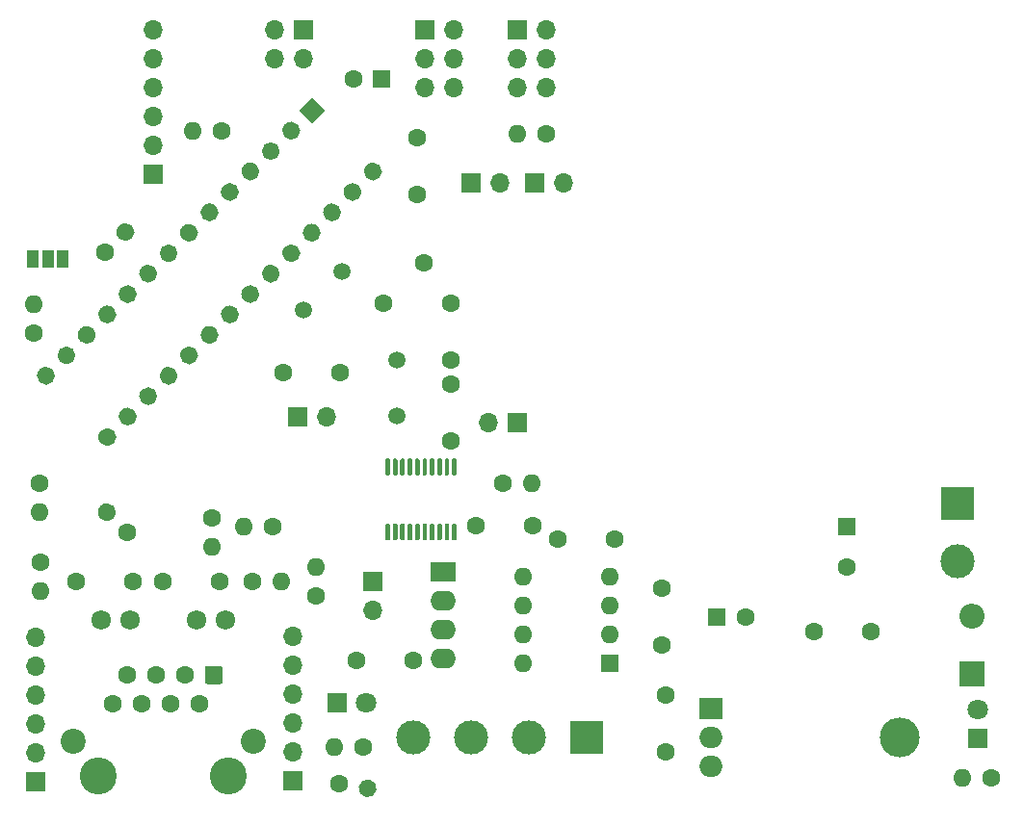
<source format=gbr>
%TF.GenerationSoftware,KiCad,Pcbnew,(5.1.9)-1*%
%TF.CreationDate,2022-05-14T18:30:03+02:00*%
%TF.ProjectId,Espanzione_01,45737061-6e7a-4696-9f6e-655f30312e6b,rev?*%
%TF.SameCoordinates,Original*%
%TF.FileFunction,Soldermask,Top*%
%TF.FilePolarity,Negative*%
%FSLAX46Y46*%
G04 Gerber Fmt 4.6, Leading zero omitted, Abs format (unit mm)*
G04 Created by KiCad (PCBNEW (5.1.9)-1) date 2022-05-14 18:30:03*
%MOMM*%
%LPD*%
G01*
G04 APERTURE LIST*
%ADD10R,1.700000X1.700000*%
%ADD11O,1.700000X1.700000*%
%ADD12C,1.600000*%
%ADD13O,1.600000X1.600000*%
%ADD14R,1.600000X1.600000*%
%ADD15R,3.000000X3.000000*%
%ADD16C,3.000000*%
%ADD17C,1.720000*%
%ADD18C,2.200000*%
%ADD19C,3.250000*%
%ADD20C,1.800000*%
%ADD21R,1.800000X1.800000*%
%ADD22C,0.100000*%
%ADD23O,2.250000X1.750000*%
%ADD24R,2.250000X1.750000*%
%ADD25C,1.500000*%
%ADD26R,1.000000X1.500000*%
%ADD27R,2.200000X2.200000*%
%ADD28O,2.200000X2.200000*%
%ADD29O,3.500000X3.500000*%
%ADD30R,2.000000X1.905000*%
%ADD31O,2.000000X1.905000*%
G04 APERTURE END LIST*
D10*
%TO.C,U6_RIGHT1*%
X100711000Y-104203500D03*
D11*
X100711000Y-101663500D03*
X100711000Y-99123500D03*
X100711000Y-96583500D03*
X100711000Y-94043500D03*
X100711000Y-91503500D03*
%TD*%
D12*
%TO.C,L1*%
X98933000Y-81851500D03*
D13*
X96393000Y-81851500D03*
%TD*%
D14*
%TO.C,C1*%
X149352000Y-81844000D03*
D12*
X149352000Y-85344000D03*
%TD*%
%TO.C,C3*%
X133477000Y-101600000D03*
X133477000Y-96600000D03*
%TD*%
%TO.C,C4*%
X111633000Y-52578000D03*
X111633000Y-47578000D03*
%TD*%
%TO.C,C5*%
X86661000Y-86614000D03*
X81661000Y-86614000D03*
%TD*%
%TO.C,C6*%
X89281000Y-86614000D03*
X94281000Y-86614000D03*
%TD*%
%TO.C,C7*%
X116776500Y-81724500D03*
X121776500Y-81724500D03*
%TD*%
%TO.C,C8*%
X123968500Y-82931000D03*
X128968500Y-82931000D03*
%TD*%
%TO.C,C9*%
X133096000Y-87265500D03*
X133096000Y-92265500D03*
%TD*%
%TO.C,C10*%
X111315500Y-93599000D03*
X106315500Y-93599000D03*
%TD*%
D14*
%TO.C,C11*%
X137985500Y-89789000D03*
D12*
X140485500Y-89789000D03*
%TD*%
%TO.C,C12*%
X106021500Y-42418000D03*
D14*
X108521500Y-42418000D03*
%TD*%
D12*
%TO.C,C13*%
X99838500Y-68262500D03*
X104838500Y-68262500D03*
%TD*%
%TO.C,C14*%
X108648500Y-62166500D03*
X112184034Y-58630966D03*
%TD*%
%TO.C,C15*%
X114554000Y-69278500D03*
X114554000Y-74278500D03*
%TD*%
%TO.C,C16*%
X114554000Y-67166500D03*
X114554000Y-62166500D03*
%TD*%
D15*
%TO.C,CN1*%
X159131000Y-79756000D03*
D16*
X159131000Y-84836000D03*
%TD*%
D17*
%TO.C,CN2*%
X83853500Y-90041000D03*
X94783500Y-90041000D03*
X86393500Y-90041000D03*
X92243500Y-90041000D03*
D18*
X81418500Y-100711000D03*
X97218500Y-100711000D03*
D19*
X83603500Y-103761000D03*
X95033500Y-103761000D03*
D12*
X84873500Y-97411000D03*
X86143500Y-94871000D03*
X87413500Y-97411000D03*
X88683500Y-94871000D03*
X89953500Y-97411000D03*
X91223500Y-94871000D03*
X92493500Y-97411000D03*
G36*
G01*
X92963500Y-95423000D02*
X92963500Y-94319000D01*
G75*
G02*
X93211500Y-94071000I248000J0D01*
G01*
X94315500Y-94071000D01*
G75*
G02*
X94563500Y-94319000I0J-248000D01*
G01*
X94563500Y-95423000D01*
G75*
G02*
X94315500Y-95671000I-248000J0D01*
G01*
X93211500Y-95671000D01*
G75*
G02*
X92963500Y-95423000I0J248000D01*
G01*
G37*
%TD*%
D16*
%TO.C,CN3*%
X121412000Y-100330000D03*
X116332000Y-100330000D03*
D15*
X126492000Y-100330000D03*
D16*
X111252000Y-100330000D03*
%TD*%
D11*
%TO.C,CN4*%
X99060000Y-40640000D03*
X99060000Y-38100000D03*
X101600000Y-40640000D03*
D10*
X101600000Y-38100000D03*
%TD*%
%TO.C,CN5*%
X88392000Y-50800000D03*
D11*
X88392000Y-48260000D03*
X88392000Y-45720000D03*
X88392000Y-43180000D03*
X88392000Y-40640000D03*
X88392000Y-38100000D03*
%TD*%
D10*
%TO.C,CN11*%
X112268000Y-38100000D03*
D11*
X114808000Y-38100000D03*
X112268000Y-40640000D03*
X114808000Y-40640000D03*
X112268000Y-43180000D03*
X114808000Y-43180000D03*
%TD*%
%TO.C,CN12*%
X122936000Y-43180000D03*
X120396000Y-43180000D03*
X122936000Y-40640000D03*
X120396000Y-40640000D03*
X122936000Y-38100000D03*
D10*
X120396000Y-38100000D03*
%TD*%
D20*
%TO.C,LD1*%
X160909000Y-97917000D03*
D21*
X160909000Y-100457000D03*
%TD*%
%TO.C,LD2*%
X104584500Y-97345500D03*
D20*
X107124500Y-97345500D03*
%TD*%
D12*
%TO.C,R1*%
X162052000Y-103886000D03*
D13*
X159512000Y-103886000D03*
%TD*%
D12*
%TO.C,R2*%
X84201000Y-57721500D03*
G36*
G01*
X85431366Y-56491134D02*
X85431366Y-56491134D01*
G75*
G02*
X85431366Y-55359764I565685J565685D01*
G01*
X85431366Y-55359764D01*
G75*
G02*
X86562736Y-55359764I565685J-565685D01*
G01*
X86562736Y-55359764D01*
G75*
G02*
X86562736Y-56491134I-565685J-565685D01*
G01*
X86562736Y-56491134D01*
G75*
G02*
X85431366Y-56491134I-565685J565685D01*
G01*
G37*
%TD*%
%TO.C,R3*%
X94424500Y-46990000D03*
D13*
X91884500Y-46990000D03*
%TD*%
%TO.C,R4*%
X120459500Y-47307500D03*
D12*
X122999500Y-47307500D03*
%TD*%
D13*
%TO.C,R5*%
X121666000Y-77978000D03*
D12*
X119126000Y-77978000D03*
%TD*%
%TO.C,R6*%
X106870500Y-101219000D03*
D13*
X104330500Y-101219000D03*
%TD*%
%TO.C,R7*%
G36*
G01*
X106488566Y-104696147D02*
X106488566Y-104696147D01*
G75*
G02*
X107415331Y-104047220I787846J-138919D01*
G01*
X107415331Y-104047220D01*
G75*
G02*
X108064258Y-104973985I-138919J-787846D01*
G01*
X108064258Y-104973985D01*
G75*
G02*
X107137493Y-105622912I-787846J138919D01*
G01*
X107137493Y-105622912D01*
G75*
G02*
X106488566Y-104696147I138919J787846D01*
G01*
G37*
D12*
X104775000Y-104394000D03*
%TD*%
%TO.C,R8*%
X93599000Y-81026000D03*
D13*
X93599000Y-83566000D03*
%TD*%
%TO.C,R9*%
G36*
G01*
X84939134Y-81129134D02*
X84939134Y-81129134D01*
G75*
G02*
X83807764Y-81129134I-565685J565685D01*
G01*
X83807764Y-81129134D01*
G75*
G02*
X83807764Y-79997764I565685J565685D01*
G01*
X83807764Y-79997764D01*
G75*
G02*
X84939134Y-79997764I565685J-565685D01*
G01*
X84939134Y-79997764D01*
G75*
G02*
X84939134Y-81129134I-565685J-565685D01*
G01*
G37*
D12*
X86169500Y-82359500D03*
%TD*%
D13*
%TO.C,R10*%
X77914500Y-62230000D03*
D12*
X77914500Y-64770000D03*
%TD*%
%TO.C,R11*%
X78422500Y-77978000D03*
D13*
X78422500Y-80518000D03*
%TD*%
%TO.C,R12*%
X78549500Y-87503000D03*
D12*
X78549500Y-84963000D03*
%TD*%
%TO.C,R13*%
X97155000Y-86614000D03*
D13*
X99695000Y-86614000D03*
%TD*%
%TO.C,R14*%
X102743000Y-85407500D03*
D12*
X102743000Y-87947500D03*
%TD*%
D22*
%TO.C,U2*%
G36*
X101230629Y-45212000D02*
G01*
X102362000Y-44080629D01*
X103493371Y-45212000D01*
X102362000Y-46343371D01*
X101230629Y-45212000D01*
G37*
G36*
G01*
X83835803Y-73383135D02*
X83835803Y-73383135D01*
G75*
G02*
X84967173Y-73383135I565685J-565685D01*
G01*
X84967173Y-73383135D01*
G75*
G02*
X84967173Y-74514505I-565685J-565685D01*
G01*
X84967173Y-74514505D01*
G75*
G02*
X83835803Y-74514505I-565685J565685D01*
G01*
X83835803Y-74514505D01*
G75*
G02*
X83835803Y-73383135I565685J565685D01*
G01*
G37*
G36*
G01*
X100000264Y-46442366D02*
X100000264Y-46442366D01*
G75*
G02*
X101131634Y-46442366I565685J-565685D01*
G01*
X101131634Y-46442366D01*
G75*
G02*
X101131634Y-47573736I-565685J-565685D01*
G01*
X101131634Y-47573736D01*
G75*
G02*
X100000264Y-47573736I-565685J565685D01*
G01*
X100000264Y-47573736D01*
G75*
G02*
X100000264Y-46442366I565685J565685D01*
G01*
G37*
G36*
G01*
X85631854Y-71587083D02*
X85631854Y-71587083D01*
G75*
G02*
X86763224Y-71587083I565685J-565685D01*
G01*
X86763224Y-71587083D01*
G75*
G02*
X86763224Y-72718453I-565685J-565685D01*
G01*
X86763224Y-72718453D01*
G75*
G02*
X85631854Y-72718453I-565685J565685D01*
G01*
X85631854Y-72718453D01*
G75*
G02*
X85631854Y-71587083I565685J565685D01*
G01*
G37*
G36*
G01*
X98204213Y-48238417D02*
X98204213Y-48238417D01*
G75*
G02*
X99335583Y-48238417I565685J-565685D01*
G01*
X99335583Y-48238417D01*
G75*
G02*
X99335583Y-49369787I-565685J-565685D01*
G01*
X99335583Y-49369787D01*
G75*
G02*
X98204213Y-49369787I-565685J565685D01*
G01*
X98204213Y-49369787D01*
G75*
G02*
X98204213Y-48238417I565685J565685D01*
G01*
G37*
G36*
G01*
X87427905Y-69791032D02*
X87427905Y-69791032D01*
G75*
G02*
X88559275Y-69791032I565685J-565685D01*
G01*
X88559275Y-69791032D01*
G75*
G02*
X88559275Y-70922402I-565685J-565685D01*
G01*
X88559275Y-70922402D01*
G75*
G02*
X87427905Y-70922402I-565685J565685D01*
G01*
X87427905Y-70922402D01*
G75*
G02*
X87427905Y-69791032I565685J565685D01*
G01*
G37*
G36*
G01*
X96408161Y-50034469D02*
X96408161Y-50034469D01*
G75*
G02*
X97539531Y-50034469I565685J-565685D01*
G01*
X97539531Y-50034469D01*
G75*
G02*
X97539531Y-51165839I-565685J-565685D01*
G01*
X97539531Y-51165839D01*
G75*
G02*
X96408161Y-51165839I-565685J565685D01*
G01*
X96408161Y-51165839D01*
G75*
G02*
X96408161Y-50034469I565685J565685D01*
G01*
G37*
G36*
G01*
X89223956Y-67994981D02*
X89223956Y-67994981D01*
G75*
G02*
X90355326Y-67994981I565685J-565685D01*
G01*
X90355326Y-67994981D01*
G75*
G02*
X90355326Y-69126351I-565685J-565685D01*
G01*
X90355326Y-69126351D01*
G75*
G02*
X89223956Y-69126351I-565685J565685D01*
G01*
X89223956Y-69126351D01*
G75*
G02*
X89223956Y-67994981I565685J565685D01*
G01*
G37*
G36*
G01*
X94612110Y-51830520D02*
X94612110Y-51830520D01*
G75*
G02*
X95743480Y-51830520I565685J-565685D01*
G01*
X95743480Y-51830520D01*
G75*
G02*
X95743480Y-52961890I-565685J-565685D01*
G01*
X95743480Y-52961890D01*
G75*
G02*
X94612110Y-52961890I-565685J565685D01*
G01*
X94612110Y-52961890D01*
G75*
G02*
X94612110Y-51830520I565685J565685D01*
G01*
G37*
G36*
G01*
X91020008Y-66198930D02*
X91020008Y-66198930D01*
G75*
G02*
X92151378Y-66198930I565685J-565685D01*
G01*
X92151378Y-66198930D01*
G75*
G02*
X92151378Y-67330300I-565685J-565685D01*
G01*
X92151378Y-67330300D01*
G75*
G02*
X91020008Y-67330300I-565685J565685D01*
G01*
X91020008Y-67330300D01*
G75*
G02*
X91020008Y-66198930I565685J565685D01*
G01*
G37*
G36*
G01*
X92816059Y-53626571D02*
X92816059Y-53626571D01*
G75*
G02*
X93947429Y-53626571I565685J-565685D01*
G01*
X93947429Y-53626571D01*
G75*
G02*
X93947429Y-54757941I-565685J-565685D01*
G01*
X93947429Y-54757941D01*
G75*
G02*
X92816059Y-54757941I-565685J565685D01*
G01*
X92816059Y-54757941D01*
G75*
G02*
X92816059Y-53626571I565685J565685D01*
G01*
G37*
G36*
G01*
X92816059Y-64402878D02*
X92816059Y-64402878D01*
G75*
G02*
X93947429Y-64402878I565685J-565685D01*
G01*
X93947429Y-64402878D01*
G75*
G02*
X93947429Y-65534248I-565685J-565685D01*
G01*
X93947429Y-65534248D01*
G75*
G02*
X92816059Y-65534248I-565685J565685D01*
G01*
X92816059Y-65534248D01*
G75*
G02*
X92816059Y-64402878I565685J565685D01*
G01*
G37*
G36*
G01*
X91020008Y-55422622D02*
X91020008Y-55422622D01*
G75*
G02*
X92151378Y-55422622I565685J-565685D01*
G01*
X92151378Y-55422622D01*
G75*
G02*
X92151378Y-56553992I-565685J-565685D01*
G01*
X92151378Y-56553992D01*
G75*
G02*
X91020008Y-56553992I-565685J565685D01*
G01*
X91020008Y-56553992D01*
G75*
G02*
X91020008Y-55422622I565685J565685D01*
G01*
G37*
G36*
G01*
X94612110Y-62606827D02*
X94612110Y-62606827D01*
G75*
G02*
X95743480Y-62606827I565685J-565685D01*
G01*
X95743480Y-62606827D01*
G75*
G02*
X95743480Y-63738197I-565685J-565685D01*
G01*
X95743480Y-63738197D01*
G75*
G02*
X94612110Y-63738197I-565685J565685D01*
G01*
X94612110Y-63738197D01*
G75*
G02*
X94612110Y-62606827I565685J565685D01*
G01*
G37*
G36*
G01*
X89223956Y-57218674D02*
X89223956Y-57218674D01*
G75*
G02*
X90355326Y-57218674I565685J-565685D01*
G01*
X90355326Y-57218674D01*
G75*
G02*
X90355326Y-58350044I-565685J-565685D01*
G01*
X90355326Y-58350044D01*
G75*
G02*
X89223956Y-58350044I-565685J565685D01*
G01*
X89223956Y-58350044D01*
G75*
G02*
X89223956Y-57218674I565685J565685D01*
G01*
G37*
G36*
G01*
X96408161Y-60810776D02*
X96408161Y-60810776D01*
G75*
G02*
X97539531Y-60810776I565685J-565685D01*
G01*
X97539531Y-60810776D01*
G75*
G02*
X97539531Y-61942146I-565685J-565685D01*
G01*
X97539531Y-61942146D01*
G75*
G02*
X96408161Y-61942146I-565685J565685D01*
G01*
X96408161Y-61942146D01*
G75*
G02*
X96408161Y-60810776I565685J565685D01*
G01*
G37*
G36*
G01*
X87427905Y-59014725D02*
X87427905Y-59014725D01*
G75*
G02*
X88559275Y-59014725I565685J-565685D01*
G01*
X88559275Y-59014725D01*
G75*
G02*
X88559275Y-60146095I-565685J-565685D01*
G01*
X88559275Y-60146095D01*
G75*
G02*
X87427905Y-60146095I-565685J565685D01*
G01*
X87427905Y-60146095D01*
G75*
G02*
X87427905Y-59014725I565685J565685D01*
G01*
G37*
G36*
G01*
X98204213Y-59014725D02*
X98204213Y-59014725D01*
G75*
G02*
X99335583Y-59014725I565685J-565685D01*
G01*
X99335583Y-59014725D01*
G75*
G02*
X99335583Y-60146095I-565685J-565685D01*
G01*
X99335583Y-60146095D01*
G75*
G02*
X98204213Y-60146095I-565685J565685D01*
G01*
X98204213Y-60146095D01*
G75*
G02*
X98204213Y-59014725I565685J565685D01*
G01*
G37*
G36*
G01*
X85631854Y-60810776D02*
X85631854Y-60810776D01*
G75*
G02*
X86763224Y-60810776I565685J-565685D01*
G01*
X86763224Y-60810776D01*
G75*
G02*
X86763224Y-61942146I-565685J-565685D01*
G01*
X86763224Y-61942146D01*
G75*
G02*
X85631854Y-61942146I-565685J565685D01*
G01*
X85631854Y-61942146D01*
G75*
G02*
X85631854Y-60810776I565685J565685D01*
G01*
G37*
G36*
G01*
X100000264Y-57218674D02*
X100000264Y-57218674D01*
G75*
G02*
X101131634Y-57218674I565685J-565685D01*
G01*
X101131634Y-57218674D01*
G75*
G02*
X101131634Y-58350044I-565685J-565685D01*
G01*
X101131634Y-58350044D01*
G75*
G02*
X100000264Y-58350044I-565685J565685D01*
G01*
X100000264Y-58350044D01*
G75*
G02*
X100000264Y-57218674I565685J565685D01*
G01*
G37*
G36*
G01*
X83835803Y-62606827D02*
X83835803Y-62606827D01*
G75*
G02*
X84967173Y-62606827I565685J-565685D01*
G01*
X84967173Y-62606827D01*
G75*
G02*
X84967173Y-63738197I-565685J-565685D01*
G01*
X84967173Y-63738197D01*
G75*
G02*
X83835803Y-63738197I-565685J565685D01*
G01*
X83835803Y-63738197D01*
G75*
G02*
X83835803Y-62606827I565685J565685D01*
G01*
G37*
G36*
G01*
X101796315Y-55422622D02*
X101796315Y-55422622D01*
G75*
G02*
X102927685Y-55422622I565685J-565685D01*
G01*
X102927685Y-55422622D01*
G75*
G02*
X102927685Y-56553992I-565685J-565685D01*
G01*
X102927685Y-56553992D01*
G75*
G02*
X101796315Y-56553992I-565685J565685D01*
G01*
X101796315Y-56553992D01*
G75*
G02*
X101796315Y-55422622I565685J565685D01*
G01*
G37*
G36*
G01*
X82039752Y-64402878D02*
X82039752Y-64402878D01*
G75*
G02*
X83171122Y-64402878I565685J-565685D01*
G01*
X83171122Y-64402878D01*
G75*
G02*
X83171122Y-65534248I-565685J-565685D01*
G01*
X83171122Y-65534248D01*
G75*
G02*
X82039752Y-65534248I-565685J565685D01*
G01*
X82039752Y-65534248D01*
G75*
G02*
X82039752Y-64402878I565685J565685D01*
G01*
G37*
G36*
G01*
X103592366Y-53626571D02*
X103592366Y-53626571D01*
G75*
G02*
X104723736Y-53626571I565685J-565685D01*
G01*
X104723736Y-53626571D01*
G75*
G02*
X104723736Y-54757941I-565685J-565685D01*
G01*
X104723736Y-54757941D01*
G75*
G02*
X103592366Y-54757941I-565685J565685D01*
G01*
X103592366Y-54757941D01*
G75*
G02*
X103592366Y-53626571I565685J565685D01*
G01*
G37*
G36*
G01*
X80243700Y-66198930D02*
X80243700Y-66198930D01*
G75*
G02*
X81375070Y-66198930I565685J-565685D01*
G01*
X81375070Y-66198930D01*
G75*
G02*
X81375070Y-67330300I-565685J-565685D01*
G01*
X81375070Y-67330300D01*
G75*
G02*
X80243700Y-67330300I-565685J565685D01*
G01*
X80243700Y-67330300D01*
G75*
G02*
X80243700Y-66198930I565685J565685D01*
G01*
G37*
G36*
G01*
X105388417Y-51830520D02*
X105388417Y-51830520D01*
G75*
G02*
X106519787Y-51830520I565685J-565685D01*
G01*
X106519787Y-51830520D01*
G75*
G02*
X106519787Y-52961890I-565685J-565685D01*
G01*
X106519787Y-52961890D01*
G75*
G02*
X105388417Y-52961890I-565685J565685D01*
G01*
X105388417Y-52961890D01*
G75*
G02*
X105388417Y-51830520I565685J565685D01*
G01*
G37*
G36*
G01*
X78447649Y-67994981D02*
X78447649Y-67994981D01*
G75*
G02*
X79579019Y-67994981I565685J-565685D01*
G01*
X79579019Y-67994981D01*
G75*
G02*
X79579019Y-69126351I-565685J-565685D01*
G01*
X79579019Y-69126351D01*
G75*
G02*
X78447649Y-69126351I-565685J565685D01*
G01*
X78447649Y-69126351D01*
G75*
G02*
X78447649Y-67994981I565685J565685D01*
G01*
G37*
G36*
G01*
X107184469Y-50034469D02*
X107184469Y-50034469D01*
G75*
G02*
X108315839Y-50034469I565685J-565685D01*
G01*
X108315839Y-50034469D01*
G75*
G02*
X108315839Y-51165839I-565685J-565685D01*
G01*
X108315839Y-51165839D01*
G75*
G02*
X107184469Y-51165839I-565685J565685D01*
G01*
X107184469Y-51165839D01*
G75*
G02*
X107184469Y-50034469I565685J565685D01*
G01*
G37*
%TD*%
%TO.C,U3*%
G36*
G01*
X114798000Y-75843500D02*
X114998000Y-75843500D01*
G75*
G02*
X115098000Y-75943500I0J-100000D01*
G01*
X115098000Y-77218500D01*
G75*
G02*
X114998000Y-77318500I-100000J0D01*
G01*
X114798000Y-77318500D01*
G75*
G02*
X114698000Y-77218500I0J100000D01*
G01*
X114698000Y-75943500D01*
G75*
G02*
X114798000Y-75843500I100000J0D01*
G01*
G37*
G36*
G01*
X114148000Y-75843500D02*
X114348000Y-75843500D01*
G75*
G02*
X114448000Y-75943500I0J-100000D01*
G01*
X114448000Y-77218500D01*
G75*
G02*
X114348000Y-77318500I-100000J0D01*
G01*
X114148000Y-77318500D01*
G75*
G02*
X114048000Y-77218500I0J100000D01*
G01*
X114048000Y-75943500D01*
G75*
G02*
X114148000Y-75843500I100000J0D01*
G01*
G37*
G36*
G01*
X113498000Y-75843500D02*
X113698000Y-75843500D01*
G75*
G02*
X113798000Y-75943500I0J-100000D01*
G01*
X113798000Y-77218500D01*
G75*
G02*
X113698000Y-77318500I-100000J0D01*
G01*
X113498000Y-77318500D01*
G75*
G02*
X113398000Y-77218500I0J100000D01*
G01*
X113398000Y-75943500D01*
G75*
G02*
X113498000Y-75843500I100000J0D01*
G01*
G37*
G36*
G01*
X112848000Y-75843500D02*
X113048000Y-75843500D01*
G75*
G02*
X113148000Y-75943500I0J-100000D01*
G01*
X113148000Y-77218500D01*
G75*
G02*
X113048000Y-77318500I-100000J0D01*
G01*
X112848000Y-77318500D01*
G75*
G02*
X112748000Y-77218500I0J100000D01*
G01*
X112748000Y-75943500D01*
G75*
G02*
X112848000Y-75843500I100000J0D01*
G01*
G37*
G36*
G01*
X112198000Y-75843500D02*
X112398000Y-75843500D01*
G75*
G02*
X112498000Y-75943500I0J-100000D01*
G01*
X112498000Y-77218500D01*
G75*
G02*
X112398000Y-77318500I-100000J0D01*
G01*
X112198000Y-77318500D01*
G75*
G02*
X112098000Y-77218500I0J100000D01*
G01*
X112098000Y-75943500D01*
G75*
G02*
X112198000Y-75843500I100000J0D01*
G01*
G37*
G36*
G01*
X111548000Y-75843500D02*
X111748000Y-75843500D01*
G75*
G02*
X111848000Y-75943500I0J-100000D01*
G01*
X111848000Y-77218500D01*
G75*
G02*
X111748000Y-77318500I-100000J0D01*
G01*
X111548000Y-77318500D01*
G75*
G02*
X111448000Y-77218500I0J100000D01*
G01*
X111448000Y-75943500D01*
G75*
G02*
X111548000Y-75843500I100000J0D01*
G01*
G37*
G36*
G01*
X110898000Y-75843500D02*
X111098000Y-75843500D01*
G75*
G02*
X111198000Y-75943500I0J-100000D01*
G01*
X111198000Y-77218500D01*
G75*
G02*
X111098000Y-77318500I-100000J0D01*
G01*
X110898000Y-77318500D01*
G75*
G02*
X110798000Y-77218500I0J100000D01*
G01*
X110798000Y-75943500D01*
G75*
G02*
X110898000Y-75843500I100000J0D01*
G01*
G37*
G36*
G01*
X110248000Y-75843500D02*
X110448000Y-75843500D01*
G75*
G02*
X110548000Y-75943500I0J-100000D01*
G01*
X110548000Y-77218500D01*
G75*
G02*
X110448000Y-77318500I-100000J0D01*
G01*
X110248000Y-77318500D01*
G75*
G02*
X110148000Y-77218500I0J100000D01*
G01*
X110148000Y-75943500D01*
G75*
G02*
X110248000Y-75843500I100000J0D01*
G01*
G37*
G36*
G01*
X109598000Y-75843500D02*
X109798000Y-75843500D01*
G75*
G02*
X109898000Y-75943500I0J-100000D01*
G01*
X109898000Y-77218500D01*
G75*
G02*
X109798000Y-77318500I-100000J0D01*
G01*
X109598000Y-77318500D01*
G75*
G02*
X109498000Y-77218500I0J100000D01*
G01*
X109498000Y-75943500D01*
G75*
G02*
X109598000Y-75843500I100000J0D01*
G01*
G37*
G36*
G01*
X108948000Y-75843500D02*
X109148000Y-75843500D01*
G75*
G02*
X109248000Y-75943500I0J-100000D01*
G01*
X109248000Y-77218500D01*
G75*
G02*
X109148000Y-77318500I-100000J0D01*
G01*
X108948000Y-77318500D01*
G75*
G02*
X108848000Y-77218500I0J100000D01*
G01*
X108848000Y-75943500D01*
G75*
G02*
X108948000Y-75843500I100000J0D01*
G01*
G37*
G36*
G01*
X108948000Y-81568500D02*
X109148000Y-81568500D01*
G75*
G02*
X109248000Y-81668500I0J-100000D01*
G01*
X109248000Y-82943500D01*
G75*
G02*
X109148000Y-83043500I-100000J0D01*
G01*
X108948000Y-83043500D01*
G75*
G02*
X108848000Y-82943500I0J100000D01*
G01*
X108848000Y-81668500D01*
G75*
G02*
X108948000Y-81568500I100000J0D01*
G01*
G37*
G36*
G01*
X109598000Y-81568500D02*
X109798000Y-81568500D01*
G75*
G02*
X109898000Y-81668500I0J-100000D01*
G01*
X109898000Y-82943500D01*
G75*
G02*
X109798000Y-83043500I-100000J0D01*
G01*
X109598000Y-83043500D01*
G75*
G02*
X109498000Y-82943500I0J100000D01*
G01*
X109498000Y-81668500D01*
G75*
G02*
X109598000Y-81568500I100000J0D01*
G01*
G37*
G36*
G01*
X110248000Y-81568500D02*
X110448000Y-81568500D01*
G75*
G02*
X110548000Y-81668500I0J-100000D01*
G01*
X110548000Y-82943500D01*
G75*
G02*
X110448000Y-83043500I-100000J0D01*
G01*
X110248000Y-83043500D01*
G75*
G02*
X110148000Y-82943500I0J100000D01*
G01*
X110148000Y-81668500D01*
G75*
G02*
X110248000Y-81568500I100000J0D01*
G01*
G37*
G36*
G01*
X110898000Y-81568500D02*
X111098000Y-81568500D01*
G75*
G02*
X111198000Y-81668500I0J-100000D01*
G01*
X111198000Y-82943500D01*
G75*
G02*
X111098000Y-83043500I-100000J0D01*
G01*
X110898000Y-83043500D01*
G75*
G02*
X110798000Y-82943500I0J100000D01*
G01*
X110798000Y-81668500D01*
G75*
G02*
X110898000Y-81568500I100000J0D01*
G01*
G37*
G36*
G01*
X111548000Y-81568500D02*
X111748000Y-81568500D01*
G75*
G02*
X111848000Y-81668500I0J-100000D01*
G01*
X111848000Y-82943500D01*
G75*
G02*
X111748000Y-83043500I-100000J0D01*
G01*
X111548000Y-83043500D01*
G75*
G02*
X111448000Y-82943500I0J100000D01*
G01*
X111448000Y-81668500D01*
G75*
G02*
X111548000Y-81568500I100000J0D01*
G01*
G37*
G36*
G01*
X112198000Y-81568500D02*
X112398000Y-81568500D01*
G75*
G02*
X112498000Y-81668500I0J-100000D01*
G01*
X112498000Y-82943500D01*
G75*
G02*
X112398000Y-83043500I-100000J0D01*
G01*
X112198000Y-83043500D01*
G75*
G02*
X112098000Y-82943500I0J100000D01*
G01*
X112098000Y-81668500D01*
G75*
G02*
X112198000Y-81568500I100000J0D01*
G01*
G37*
G36*
G01*
X112848000Y-81568500D02*
X113048000Y-81568500D01*
G75*
G02*
X113148000Y-81668500I0J-100000D01*
G01*
X113148000Y-82943500D01*
G75*
G02*
X113048000Y-83043500I-100000J0D01*
G01*
X112848000Y-83043500D01*
G75*
G02*
X112748000Y-82943500I0J100000D01*
G01*
X112748000Y-81668500D01*
G75*
G02*
X112848000Y-81568500I100000J0D01*
G01*
G37*
G36*
G01*
X113498000Y-81568500D02*
X113698000Y-81568500D01*
G75*
G02*
X113798000Y-81668500I0J-100000D01*
G01*
X113798000Y-82943500D01*
G75*
G02*
X113698000Y-83043500I-100000J0D01*
G01*
X113498000Y-83043500D01*
G75*
G02*
X113398000Y-82943500I0J100000D01*
G01*
X113398000Y-81668500D01*
G75*
G02*
X113498000Y-81568500I100000J0D01*
G01*
G37*
G36*
G01*
X114148000Y-81568500D02*
X114348000Y-81568500D01*
G75*
G02*
X114448000Y-81668500I0J-100000D01*
G01*
X114448000Y-82943500D01*
G75*
G02*
X114348000Y-83043500I-100000J0D01*
G01*
X114148000Y-83043500D01*
G75*
G02*
X114048000Y-82943500I0J100000D01*
G01*
X114048000Y-81668500D01*
G75*
G02*
X114148000Y-81568500I100000J0D01*
G01*
G37*
G36*
G01*
X114798000Y-81568500D02*
X114998000Y-81568500D01*
G75*
G02*
X115098000Y-81668500I0J-100000D01*
G01*
X115098000Y-82943500D01*
G75*
G02*
X114998000Y-83043500I-100000J0D01*
G01*
X114798000Y-83043500D01*
G75*
G02*
X114698000Y-82943500I0J100000D01*
G01*
X114698000Y-81668500D01*
G75*
G02*
X114798000Y-81568500I100000J0D01*
G01*
G37*
%TD*%
D23*
%TO.C,U5*%
X113919000Y-93408500D03*
X113919000Y-90868500D03*
X113919000Y-88328500D03*
D24*
X113919000Y-85788500D03*
%TD*%
D25*
%TO.C,Y1*%
X101600000Y-62801500D03*
X105050681Y-59350819D03*
%TD*%
%TO.C,Y2*%
X109855000Y-72072500D03*
X109855000Y-67192500D03*
%TD*%
D12*
%TO.C,C2*%
X151511000Y-91059000D03*
X146511000Y-91059000D03*
%TD*%
D11*
%TO.C,CN6*%
X118872000Y-51562000D03*
D10*
X116332000Y-51562000D03*
%TD*%
%TO.C,CN7*%
X121920000Y-51562000D03*
D11*
X124460000Y-51562000D03*
%TD*%
%TO.C,CN8*%
X103632000Y-72136000D03*
D10*
X101092000Y-72136000D03*
%TD*%
%TO.C,CN9*%
X120396000Y-72644000D03*
D11*
X117856000Y-72644000D03*
%TD*%
D26*
%TO.C,CN13*%
X80484500Y-58293000D03*
X77884500Y-58293000D03*
X79184500Y-58293000D03*
%TD*%
D27*
%TO.C,D1*%
X160401000Y-94742000D03*
D28*
X160401000Y-89662000D03*
%TD*%
D29*
%TO.C,U1*%
X154074000Y-100330000D03*
D30*
X137414000Y-97790000D03*
D31*
X137414000Y-100330000D03*
X137414000Y-102870000D03*
%TD*%
D14*
%TO.C,U4*%
X128587500Y-93853000D03*
D13*
X120967500Y-86233000D03*
X128587500Y-91313000D03*
X120967500Y-88773000D03*
X128587500Y-88773000D03*
X120967500Y-91313000D03*
X128587500Y-86233000D03*
X120967500Y-93853000D03*
%TD*%
D10*
%TO.C,CN10*%
X107696000Y-86614000D03*
D11*
X107696000Y-89154000D03*
%TD*%
%TO.C,U6_LEFT1*%
X78105000Y-91567000D03*
X78105000Y-94107000D03*
X78105000Y-96647000D03*
X78105000Y-99187000D03*
X78105000Y-101727000D03*
D10*
X78105000Y-104267000D03*
%TD*%
M02*

</source>
